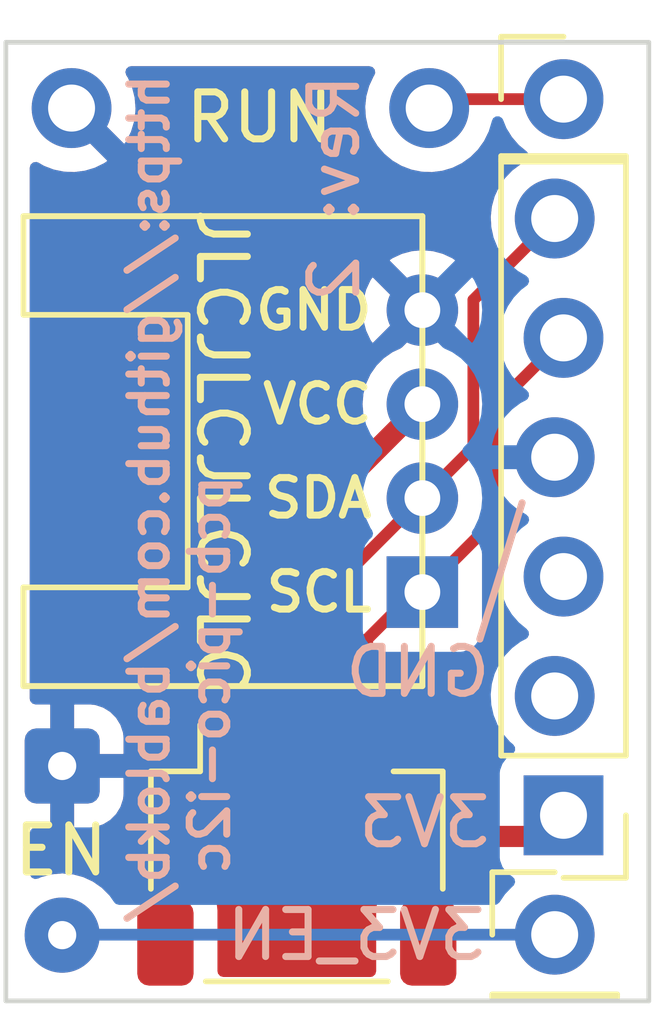
<source format=kicad_pcb>
(kicad_pcb (version 20211014) (generator pcbnew)
  (layers (0 "F.Cu" signal) (31 "B.Cu" signal) (34 "B.Paste" user) (35 "F.Paste" user) (36 "B.SilkS" user "B.Silkscreen") (37 "F.SilkS" user "F.Silkscreen") (38 "B.Mask" user) (39 "F.Mask" user) (44 "Edge.Cuts" user))
  (net 0 "")
  (net 1 "Net-(J1-Pad1)")
  (net 2 "Net-(J1-Pad2)")
  (net 3 "Net-(J1-Pad3)")
  (net 4 "GND")
  (net 7 "Net-(J5-Pad1)")
  (net 8 "Net-(J4-Pad1)")
  (footprint "user:Connector_Pico-I2C" (layer "F.Cu") (at 124.6825 85.35 180)
    (fp_text reference "J2" hide)
    (fp_text value "Connector_Pico_I2C" hide)
    (fp_text user "3V3" (at 1.4825 -0.15 unlocked) (layer "B.SilkS") (effects (justify left mirror)))
    (fp_text user "GND" (at 1.4825 3.05 unlocked) (layer "B.SilkS") (effects (justify left mirror)))
    (fp_line (start -1.33 0) (end -1.33 -1.33) (layer "F.SilkS") (width 0.12))
    (fp_line (start -1.33 1.27) (end 1.33 1.27) (layer "F.SilkS") (width 0.12))
    (fp_line (start -1.33 -1.33) (end 0 -1.33) (layer "F.SilkS") (width 0.12))
    (fp_line (start 1.33 1.27) (end 1.33 14.03) (layer "F.SilkS") (width 0.12))
    (fp_line (start -1.33 1.27) (end -1.33 14.03) (layer "F.SilkS") (width 0.12))
    (fp_line (start -1.33 14.03) (end 1.33 14.03) (layer "F.SilkS") (width 0.12))
    (pad "1" thru_hole rect (at 0 0 180) (size 1.7 1.7) (drill 1) (layers *.Cu *.Mask) (net 3 "Net-(J1-Pad3)"))
    (pad "2" thru_hole oval (at 0.188125 2.54 180) (size 1.7 1.7) (drill 1) (layers *.Cu *.Mask))
    (pad "3" thru_hole oval (at 0 5.08 180) (size 1.7 1.7) (drill 1) (layers *.Cu *.Mask))
    (pad "4" thru_hole oval (at 0.188125 7.62 180) (size 1.7 1.7) (drill 1) (layers *.Cu *.Mask) (net 4 "GND"))
    (pad "5" thru_hole oval (at 0 10.16 180) (size 1.7 1.7) (drill 1) (layers *.Cu *.Mask) (net 1 "Net-(J1-Pad1)"))
    (pad "6" thru_hole oval (at 0.188125 12.7 180) (size 1.7 1.7) (drill 1) (layers *.Cu *.Mask) (net 2 "Net-(J1-Pad2)"))
  )
  (footprint "user:PinHole_1x01" (layer "F.Cu") (at 124.6825 70.11)
    (fp_text reference "J4" hide)
    (fp_text value "RUN" hide)
    (fp_line (start -1.33 -1.33) (end 0 -1.33) (layer "F.SilkS") (width 0.12))
    (fp_line (start -1.33 1.27) (end -1.33 1.33) (layer "F.SilkS") (width 0.12))
    (fp_line (start -1.33 0) (end -1.33 -1.33) (layer "F.SilkS") (width 0.12))
    (fp_line (start 1.33 1.27) (end 1.33 1.33) (layer "F.SilkS") (width 0.12))
    (fp_line (start -1.33 1.27) (end 1.33 1.27) (layer "F.SilkS") (width 0.12))
    (fp_line (start -1.33 1.33) (end 1.33 1.33) (layer "F.SilkS") (width 0.12))
    (pad "1" thru_hole circle (at 0 0) (size 1.7 1.7) (drill 1) (layers *.Cu *.Mask) (net 8 "Net-(J4-Pad1)"))
  )
  (footprint "user:SW_PUSH_SLIM_1x4" (layer "F.Cu") (at 114.2 70.3)
    (fp_text reference "SW1" hide)
    (fp_text value "SW_Push" hide)
    (pad "1" thru_hole circle locked (at 0 0) (size 1.7 1.7) (drill 1) (layers *.Cu *.Mask) (net 4 "GND"))
    (pad "2" thru_hole circle locked (at 7.62 0) (size 1.7 1.7) (drill 1) (layers *.Cu *.Mask) (net 8 "Net-(J4-Pad1)"))
  )
  (footprint "user:grove_horizontal" (layer "F.Cu") (at 121.675 77.6 -90)
    (fp_text reference "J1" hide)
    (fp_text value "Grove" hide)
    (fp_text user "SDA" (at 1 2.219048) (layer "F.SilkS") (effects (font (size 0.8 0.8))))
    (fp_text user "GND" (at -3 2.314286) (layer "F.SilkS") (effects (font (size 0.8 0.8))))
    (fp_text user "SCL" (at 3 2.2) (layer "F.SilkS") (effects (font (size 0.8 0.8))))
    (fp_text user "VCC" (at -1 2.238095) (layer "F.SilkS") (effects (font (size 0.8 0.8))))
    (fp_line (start 5 0) (end -5 0) (layer "F.SilkS") (width 0.127))
    (fp_line (start 2.9 8.5) (end 5 8.5) (layer "F.SilkS") (width 0.127))
    (fp_line (start 2.9 8.5) (end 2.9 5) (layer "F.SilkS") (width 0.12))
    (fp_line (start 2.9 5) (end -2.9 5) (layer "F.SilkS") (width 0.12))
    (fp_line (start -5 0) (end -5 8.5) (layer "F.SilkS") (width 0.127))
    (fp_line (start -5 8.5) (end -2.9 8.5) (layer "F.SilkS") (width 0.12))
    (fp_line (start 5 8.5) (end 5 0) (layer "F.SilkS") (width 0.127))
    (fp_line (start -2.9 8.5) (end -2.9 5) (layer "F.SilkS") (width 0.12))
    (pad "1" thru_hole rect (at 3 0 270) (size 1.524 1.524) (drill 0.762) (layers *.Cu *.Mask) (net 1 "Net-(J1-Pad1)"))
    (pad "2" thru_hole circle (at 1 0 270) (size 1.524 1.524) (drill 0.762) (layers *.Cu *.Mask) (net 2 "Net-(J1-Pad2)"))
    (pad "3" thru_hole circle (at -1 0 270) (size 1.524 1.524) (drill 0.762) (layers *.Cu *.Mask) (net 3 "Net-(J1-Pad3)"))
    (pad "4" thru_hole circle (at -3 0 270) (size 1.524 1.524) (drill 0.762) (layers *.Cu *.Mask) (net 4 "GND"))
  )
  (footprint "user:PinHole_1x01" (layer "F.Cu") (at 124.494375 87.89)
    (fp_text reference "J5" hide)
    (fp_text value "3V3_EN" hide)
    (fp_line (start -1.33 1.33) (end 1.33 1.33) (layer "F.SilkS") (width 0.12))
    (fp_line (start -1.33 -1.33) (end 0 -1.33) (layer "F.SilkS") (width 0.12))
    (fp_line (start -1.33 1.27) (end 1.33 1.27) (layer "F.SilkS") (width 0.12))
    (fp_line (start 1.33 1.27) (end 1.33 1.33) (layer "F.SilkS") (width 0.12))
    (fp_line (start -1.33 1.27) (end -1.33 1.33) (layer "F.SilkS") (width 0.12))
    (fp_line (start -1.33 0) (end -1.33 -1.33) (layer "F.SilkS") (width 0.12))
    (pad "1" thru_hole circle (at 0 0) (size 1.7 1.7) (drill 1) (layers *.Cu *.Mask) (net 7 "Net-(J5-Pad1)"))
  )
  (footprint "Connector_JST:JST_SH_SM04B-SRSS-TB_1x04-1MP_P1.00mm_Horizontal" (layer "F.Cu") (at 119 86.2)
    (fp_text reference "J3" hide)
    (fp_text value "Stemma QT" hide)
    (fp_line (start 3.11 0.715) (end 3.11 -1.785) (layer "F.SilkS") (width 0.12))
    (fp_line (start -1.94 2.685) (end 1.94 2.685) (layer "F.SilkS") (width 0.12))
    (fp_line (start -3.11 0.715) (end -3.11 -1.785) (layer "F.SilkS") (width 0.12))
    (fp_line (start -2.06 -1.785) (end -2.06 -2.775) (layer "F.SilkS") (width 0.12))
    (fp_line (start 3.11 -1.785) (end 2.06 -1.785) (layer "F.SilkS") (width 0.12))
    (fp_line (start -3.11 -1.785) (end -2.06 -1.785) (layer "F.SilkS") (width 0.12))
    (pad "1" smd roundrect (at -1.5 -2) (size 0.6 1.55) (layers "F.Cu" "F.Paste" "F.Mask") (net 4 "GND"))
    (pad "2" smd roundrect (at -0.5 -2) (size 0.6 1.55) (layers "F.Cu" "F.Paste" "F.Mask") (net 3 "Net-(J1-Pad3)"))
    (pad "3" smd roundrect (at 0.5 -2) (size 0.6 1.55) (layers "F.Cu" "F.Paste" "F.Mask") (net 2 "Net-(J1-Pad2)"))
    (pad "4" smd roundrect (at 1.5 -2) (size 0.6 1.55) (layers "F.Cu" "F.Paste" "F.Mask") (net 1 "Net-(J1-Pad1)"))
    (pad "MP" smd roundrect (at 2.8 1.875) (size 1.2 1.8) (layers "F.Cu" "F.Paste" "F.Mask") (roundrect_rratio 0.2083333333))
    (pad "MP" smd roundrect (at -2.8 1.875) (size 1.2 1.8) (layers "F.Cu" "F.Paste" "F.Mask") (roundrect_rratio 0.2083333333))
  )
  (footprint "Connector_Wire:SolderWire-0.1sqmm_1x02_P3.6mm_D0.4mm_OD1mm" (layer "B.Cu") (at 114 84.3 -90)
    (fp_text reference "SW2" hide)
    (fp_text value "SW_Push" hide)
    (pad "1" thru_hole roundrect (at 0 0 270) (size 1.6 1.6) (drill 0.6) (layers *.Cu *.Mask) (roundrect_rratio 0.15625) (net 4 "GND"))
    (pad "2" thru_hole circle (at 3.6 0 270) (size 1.6 1.6) (drill 0.6) (layers *.Cu *.Mask) (net 7 "Net-(J5-Pad1)"))
  )
  (gr_line (start 122.9 81.6) (end 123.8 78.7) (layer "B.SilkS") (width 0.15))
  (gr_line (start 112.8 68.9) (end 126.5 68.9) (layer "Edge.Cuts") (width 0.1))
  (gr_line (start 126.5 68.9) (end 126.5 89.3) (layer "Edge.Cuts") (width 0.1))
  (gr_line (start 126.5 89.3) (end 112.8 89.3) (layer "Edge.Cuts") (width 0.1))
  (gr_line (start 112.8 89.3) (end 112.8 68.9) (layer "Edge.Cuts") (width 0.1))
  (gr_text "Rev: 2" (at 119.8 69.5 90) (layer "B.SilkS") (effects (font (size 1 1)) (justify left mirror)))
  (gr_text "https://github.com/bablokb/\n              pcb-pico-i2c" (at 116.5 69.5 90) (layer "B.SilkS") (effects (font (size 0.8 0.8)) (justify left mirror)))
  (gr_text "3V3_EN" (at 123.1 87.9) (layer "B.SilkS") (effects (font (size 1 1)) (justify left mirror)))
  (gr_text "JLCJLCJLCJLC" (at 117.4 77.6 270) (layer "F.SilkS") (effects (font (size 1 1))))
  (gr_text "EN" (at 112.9 86.1) (layer "F.SilkS") (effects (font (size 1 1)) (justify left)))
  (gr_text "RUN" (at 118.2 70.5) (layer "F.SilkS") (effects (font (size 1 1))))
  (segment (start 123.211031 76.661469) (end 123.211031 79.063969) (width 0.25) (layer "F.Cu") (net 1))
  (segment (start 120.5 81.6) (end 120.5 84.2) (width 0.25) (layer "F.Cu") (net 1))
  (segment (start 123.211031 79.063969) (end 121.675 80.6) (width 0.25) (layer "F.Cu") (net 1))
  (segment (start 124.6825 75.19) (end 123.211031 76.661469) (width 0.25) (layer "F.Cu") (net 1))
  (segment (start 121.5 80.6) (end 120.5 81.6) (width 0.25) (layer "F.Cu") (net 1))
  (segment (start 121.675 80.6) (end 121.5 80.6) (width 0.25) (layer "F.Cu") (net 1))
  (segment (start 122.761511 77.513489) (end 121.675 78.6) (width 0.25) (layer "F.Cu") (net 2))
  (segment (start 122.761511 74.382864) (end 122.761511 77.513489) (width 0.25) (layer "F.Cu") (net 2))
  (segment (start 124.494375 72.65) (end 122.761511 74.382864) (width 0.25) (layer "F.Cu") (net 2))
  (segment (start 119.5 80.775) (end 119.5 84.2) (width 0.25) (layer "F.Cu") (net 2))
  (segment (start 121.675 78.6) (end 119.5 80.775) (width 0.25) (layer "F.Cu") (net 2))
  (segment (start 124.6825 85.35) (end 124.2325 85.8) (width 0.45) (layer "F.Cu") (net 3))
  (segment (start 119.512507 85.8) (end 118.5 84.787493) (width 0.45) (layer "F.Cu") (net 3))
  (segment (start 118.5 79.775) (end 121.675 76.6) (width 0.45) (layer "F.Cu") (net 3))
  (segment (start 118.5 84.2) (end 118.5 79.775) (width 0.45) (layer "F.Cu") (net 3))
  (segment (start 118.5 84.787493) (end 118.5 84.2) (width 0.45) (layer "F.Cu") (net 3))
  (segment (start 124.2325 85.8) (end 119.512507 85.8) (width 0.45) (layer "F.Cu") (net 3))
  (segment (start 114.01 87.89) (end 114 87.9) (width 0.25) (layer "B.Cu") (net 7))
  (segment (start 124.494375 87.89) (end 114.01 87.89) (width 0.25) (layer "B.Cu") (net 7))
  (segment (start 124.6825 70.11) (end 122.21 70.11) (width 0.25) (layer "F.Cu") (net 8))
  (segment (start 122.21 70.11) (end 121.82 70.5) (width 0.25) (layer "F.Cu") (net 8))
  (zone (net 4) (net_name "GND") (layer "F.Cu") (connect_pads (clearance 0.508)) (min_thickness 0.254) (fill yes (thermal_gap 0.508) (thermal_bridge_width 0.508))
    (polygon (pts (xy 126.7 89.8) (xy 112.7 89.8) (xy 112.8 68) (xy 126.7 68)))
  )
  (zone (net 4) (net_name "GND") (layer "B.Cu") (connect_pads (clearance 0.508)) (min_thickness 0.254) (fill yes (thermal_gap 0.508) (thermal_bridge_width 0.508))
    (polygon (pts (xy 126.7 89.8) (xy 112.7 89.8) (xy 112.7 68) (xy 126.7 68)))
  )
)
</source>
